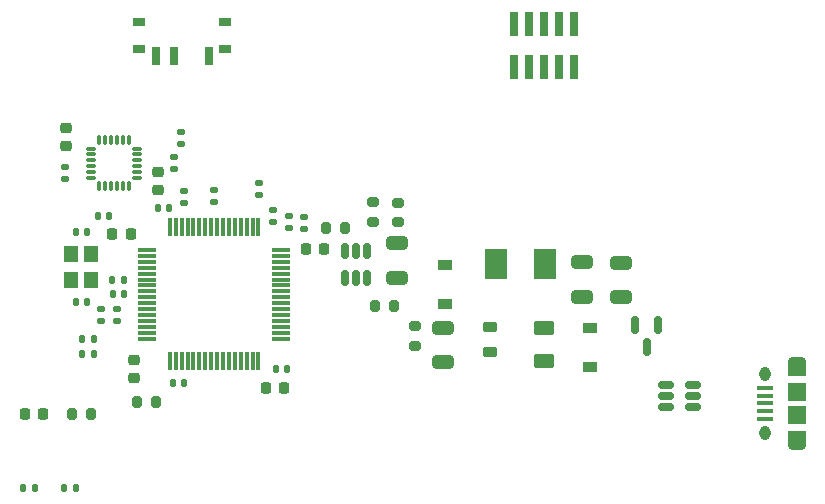
<source format=gbr>
%TF.GenerationSoftware,KiCad,Pcbnew,(6.0.6)*%
%TF.CreationDate,2023-08-27T23:28:48-04:00*%
%TF.ProjectId,STM32,53544d33-322e-46b6-9963-61645f706362,rev?*%
%TF.SameCoordinates,Original*%
%TF.FileFunction,Paste,Top*%
%TF.FilePolarity,Positive*%
%FSLAX46Y46*%
G04 Gerber Fmt 4.6, Leading zero omitted, Abs format (unit mm)*
G04 Created by KiCad (PCBNEW (6.0.6)) date 2023-08-27 23:28:48*
%MOMM*%
%LPD*%
G01*
G04 APERTURE LIST*
G04 Aperture macros list*
%AMRoundRect*
0 Rectangle with rounded corners*
0 $1 Rounding radius*
0 $2 $3 $4 $5 $6 $7 $8 $9 X,Y pos of 4 corners*
0 Add a 4 corners polygon primitive as box body*
4,1,4,$2,$3,$4,$5,$6,$7,$8,$9,$2,$3,0*
0 Add four circle primitives for the rounded corners*
1,1,$1+$1,$2,$3*
1,1,$1+$1,$4,$5*
1,1,$1+$1,$6,$7*
1,1,$1+$1,$8,$9*
0 Add four rect primitives between the rounded corners*
20,1,$1+$1,$2,$3,$4,$5,0*
20,1,$1+$1,$4,$5,$6,$7,0*
20,1,$1+$1,$6,$7,$8,$9,0*
20,1,$1+$1,$8,$9,$2,$3,0*%
G04 Aperture macros list end*
%ADD10RoundRect,0.200000X0.275000X-0.200000X0.275000X0.200000X-0.275000X0.200000X-0.275000X-0.200000X0*%
%ADD11R,0.750000X2.100000*%
%ADD12R,1.900000X2.500000*%
%ADD13R,1.200000X1.400000*%
%ADD14RoundRect,0.135000X0.185000X-0.135000X0.185000X0.135000X-0.185000X0.135000X-0.185000X-0.135000X0*%
%ADD15RoundRect,0.135000X-0.135000X-0.185000X0.135000X-0.185000X0.135000X0.185000X-0.135000X0.185000X0*%
%ADD16RoundRect,0.140000X0.170000X-0.140000X0.170000X0.140000X-0.170000X0.140000X-0.170000X-0.140000X0*%
%ADD17R,1.000000X0.800000*%
%ADD18R,0.700000X1.500000*%
%ADD19RoundRect,0.225000X0.225000X0.250000X-0.225000X0.250000X-0.225000X-0.250000X0.225000X-0.250000X0*%
%ADD20RoundRect,0.200000X-0.200000X-0.275000X0.200000X-0.275000X0.200000X0.275000X-0.200000X0.275000X0*%
%ADD21RoundRect,0.075000X-0.700000X-0.075000X0.700000X-0.075000X0.700000X0.075000X-0.700000X0.075000X0*%
%ADD22RoundRect,0.075000X-0.075000X-0.700000X0.075000X-0.700000X0.075000X0.700000X-0.075000X0.700000X0*%
%ADD23RoundRect,0.218750X0.256250X-0.218750X0.256250X0.218750X-0.256250X0.218750X-0.256250X-0.218750X0*%
%ADD24RoundRect,0.140000X-0.140000X-0.170000X0.140000X-0.170000X0.140000X0.170000X-0.140000X0.170000X0*%
%ADD25R,1.200000X0.900000*%
%ADD26RoundRect,0.200000X-0.275000X0.200000X-0.275000X-0.200000X0.275000X-0.200000X0.275000X0.200000X0*%
%ADD27RoundRect,0.135000X-0.185000X0.135000X-0.185000X-0.135000X0.185000X-0.135000X0.185000X0.135000X0*%
%ADD28RoundRect,0.150000X-0.150000X0.512500X-0.150000X-0.512500X0.150000X-0.512500X0.150000X0.512500X0*%
%ADD29RoundRect,0.250000X-0.625000X0.375000X-0.625000X-0.375000X0.625000X-0.375000X0.625000X0.375000X0*%
%ADD30RoundRect,0.135000X0.135000X0.185000X-0.135000X0.185000X-0.135000X-0.185000X0.135000X-0.185000X0*%
%ADD31RoundRect,0.225000X-0.250000X0.225000X-0.250000X-0.225000X0.250000X-0.225000X0.250000X0.225000X0*%
%ADD32RoundRect,0.225000X-0.225000X-0.250000X0.225000X-0.250000X0.225000X0.250000X-0.225000X0.250000X0*%
%ADD33RoundRect,0.250000X-0.650000X0.325000X-0.650000X-0.325000X0.650000X-0.325000X0.650000X0.325000X0*%
%ADD34RoundRect,0.150000X-0.150000X0.587500X-0.150000X-0.587500X0.150000X-0.587500X0.150000X0.587500X0*%
%ADD35RoundRect,0.147500X0.147500X0.172500X-0.147500X0.172500X-0.147500X-0.172500X0.147500X-0.172500X0*%
%ADD36RoundRect,0.140000X0.140000X0.170000X-0.140000X0.170000X-0.140000X-0.170000X0.140000X-0.170000X0*%
%ADD37RoundRect,0.140000X-0.170000X0.140000X-0.170000X-0.140000X0.170000X-0.140000X0.170000X0.140000X0*%
%ADD38RoundRect,0.218750X-0.381250X0.218750X-0.381250X-0.218750X0.381250X-0.218750X0.381250X0.218750X0*%
%ADD39RoundRect,0.225000X0.250000X-0.225000X0.250000X0.225000X-0.250000X0.225000X-0.250000X-0.225000X0*%
%ADD40RoundRect,0.150000X0.512500X0.150000X-0.512500X0.150000X-0.512500X-0.150000X0.512500X-0.150000X0*%
%ADD41RoundRect,0.218750X0.218750X0.256250X-0.218750X0.256250X-0.218750X-0.256250X0.218750X-0.256250X0*%
%ADD42RoundRect,0.075000X-0.075000X0.350000X-0.075000X-0.350000X0.075000X-0.350000X0.075000X0.350000X0*%
%ADD43RoundRect,0.075000X-0.350000X-0.075000X0.350000X-0.075000X0.350000X0.075000X-0.350000X0.075000X0*%
%ADD44O,1.550000X0.890000*%
%ADD45O,0.950000X1.250000*%
%ADD46R,1.350000X0.400000*%
%ADD47R,1.550000X1.200000*%
%ADD48R,1.550000X1.500000*%
G04 APERTURE END LIST*
D10*
%TO.C,R3*%
X104452696Y-90402508D03*
X104452696Y-88752508D03*
%TD*%
D11*
%TO.C,J4*%
X119380000Y-77260000D03*
X119380000Y-73660000D03*
X118110000Y-77260000D03*
X118110000Y-73660000D03*
X116840000Y-77260000D03*
X116840000Y-73660000D03*
X115570000Y-77260000D03*
X115570000Y-73660000D03*
X114300000Y-77260000D03*
X114300000Y-73660000D03*
%TD*%
D12*
%TO.C,L1*%
X112775503Y-93980000D03*
X116875503Y-93980000D03*
%TD*%
D13*
%TO.C,Crystal1*%
X76817265Y-93122981D03*
X76817265Y-95322981D03*
X78517265Y-95322981D03*
X78517265Y-93122981D03*
%TD*%
D14*
%TO.C,R12*%
X86131664Y-83775939D03*
X86131664Y-82755939D03*
%TD*%
D15*
%TO.C,R16*%
X80234611Y-95309226D03*
X81254611Y-95309226D03*
%TD*%
D16*
%TO.C,C17*%
X96520000Y-90949667D03*
X96520000Y-89989667D03*
%TD*%
D17*
%TO.C,SW1*%
X82561308Y-75710000D03*
X89861308Y-75710000D03*
X82561308Y-73500000D03*
X89861308Y-73500000D03*
D18*
X88461308Y-76360000D03*
X85461308Y-76360000D03*
X83961308Y-76360000D03*
%TD*%
D19*
%TO.C,C9*%
X81834265Y-91382353D03*
X80284265Y-91382353D03*
%TD*%
D20*
%TO.C,R11*%
X82359797Y-105596222D03*
X84009797Y-105596222D03*
%TD*%
D21*
%TO.C,U4*%
X83225000Y-92770000D03*
X83225000Y-93270000D03*
X83225000Y-93770000D03*
X83225000Y-94270000D03*
X83225000Y-94770000D03*
X83225000Y-95270000D03*
X83225000Y-95770000D03*
X83225000Y-96270000D03*
X83225000Y-96770000D03*
X83225000Y-97270000D03*
X83225000Y-97770000D03*
X83225000Y-98270000D03*
X83225000Y-98770000D03*
X83225000Y-99270000D03*
X83225000Y-99770000D03*
X83225000Y-100270000D03*
D22*
X85150000Y-102195000D03*
X85650000Y-102195000D03*
X86150000Y-102195000D03*
X86650000Y-102195000D03*
X87150000Y-102195000D03*
X87650000Y-102195000D03*
X88150000Y-102195000D03*
X88650000Y-102195000D03*
X89150000Y-102195000D03*
X89650000Y-102195000D03*
X90150000Y-102195000D03*
X90650000Y-102195000D03*
X91150000Y-102195000D03*
X91650000Y-102195000D03*
X92150000Y-102195000D03*
X92650000Y-102195000D03*
D21*
X94575000Y-100270000D03*
X94575000Y-99770000D03*
X94575000Y-99270000D03*
X94575000Y-98770000D03*
X94575000Y-98270000D03*
X94575000Y-97770000D03*
X94575000Y-97270000D03*
X94575000Y-96770000D03*
X94575000Y-96270000D03*
X94575000Y-95770000D03*
X94575000Y-95270000D03*
X94575000Y-94770000D03*
X94575000Y-94270000D03*
X94575000Y-93770000D03*
X94575000Y-93270000D03*
X94575000Y-92770000D03*
D22*
X92650000Y-90845000D03*
X92150000Y-90845000D03*
X91650000Y-90845000D03*
X91150000Y-90845000D03*
X90650000Y-90845000D03*
X90150000Y-90845000D03*
X89650000Y-90845000D03*
X89150000Y-90845000D03*
X88650000Y-90845000D03*
X88150000Y-90845000D03*
X87650000Y-90845000D03*
X87150000Y-90845000D03*
X86650000Y-90845000D03*
X86150000Y-90845000D03*
X85650000Y-90845000D03*
X85150000Y-90845000D03*
%TD*%
D20*
%TO.C,R17*%
X76845000Y-106640000D03*
X78495000Y-106640000D03*
%TD*%
D23*
%TO.C,D3*%
X82117703Y-103645784D03*
X82117703Y-102070784D03*
%TD*%
D24*
%TO.C,C15*%
X94102693Y-102869102D03*
X95062693Y-102869102D03*
%TD*%
D25*
%TO.C,D1*%
X120727845Y-99343495D03*
X120727845Y-102643495D03*
%TD*%
D24*
%TO.C,C11*%
X84107345Y-89184616D03*
X85067345Y-89184616D03*
%TD*%
D14*
%TO.C,R8*%
X93921369Y-90386847D03*
X93921369Y-89366847D03*
%TD*%
D26*
%TO.C,R4*%
X105938658Y-99232047D03*
X105938658Y-100882047D03*
%TD*%
D27*
%TO.C,R10*%
X86335785Y-87777662D03*
X86335785Y-88797662D03*
%TD*%
D15*
%TO.C,R15*%
X76193788Y-112927611D03*
X77213788Y-112927611D03*
%TD*%
D28*
%TO.C,U1*%
X101857123Y-92880993D03*
X100907123Y-92880993D03*
X99957123Y-92880993D03*
X99957123Y-95155993D03*
X100907123Y-95155993D03*
X101857123Y-95155993D03*
%TD*%
D29*
%TO.C,F2*%
X116840000Y-99378812D03*
X116840000Y-102178812D03*
%TD*%
D20*
%TO.C,R5*%
X102481799Y-97516390D03*
X104131799Y-97516390D03*
%TD*%
D30*
%TO.C,R14*%
X73762970Y-112936297D03*
X72742970Y-112936297D03*
%TD*%
D31*
%TO.C,C8*%
X84121833Y-86139150D03*
X84121833Y-87689150D03*
%TD*%
D32*
%TO.C,C13*%
X93265551Y-104454008D03*
X94815551Y-104454008D03*
%TD*%
D24*
%TO.C,C10*%
X77172530Y-91262492D03*
X78132530Y-91262492D03*
%TD*%
D33*
%TO.C,C1*%
X108249667Y-99330230D03*
X108249667Y-102280230D03*
%TD*%
D14*
%TO.C,R6*%
X92710000Y-88081041D03*
X92710000Y-87061041D03*
%TD*%
D34*
%TO.C,Q1*%
X126462206Y-99117255D03*
X124562206Y-99117255D03*
X125512206Y-100992255D03*
%TD*%
D35*
%TO.C,L2*%
X78699123Y-101571865D03*
X77729123Y-101571865D03*
%TD*%
D26*
%TO.C,R2*%
X102359369Y-88709078D03*
X102359369Y-90359078D03*
%TD*%
D16*
%TO.C,C19*%
X80700537Y-98745230D03*
X80700537Y-97785230D03*
%TD*%
D36*
%TO.C,C21*%
X81260023Y-96526186D03*
X80300023Y-96526186D03*
%TD*%
D37*
%TO.C,C7*%
X76241586Y-85765238D03*
X76241586Y-86725238D03*
%TD*%
D38*
%TO.C,FB1*%
X112285503Y-99267500D03*
X112285503Y-101392500D03*
%TD*%
D27*
%TO.C,R13*%
X85526143Y-84872849D03*
X85526143Y-85892849D03*
%TD*%
D39*
%TO.C,C5*%
X76337132Y-83982082D03*
X76337132Y-82432082D03*
%TD*%
D14*
%TO.C,R9*%
X95269215Y-90927551D03*
X95269215Y-89907551D03*
%TD*%
D40*
%TO.C,U2*%
X129407500Y-106076291D03*
X129407500Y-105126291D03*
X129407500Y-104176291D03*
X127132500Y-104176291D03*
X127132500Y-105126291D03*
X127132500Y-106076291D03*
%TD*%
D14*
%TO.C,R7*%
X88900000Y-88682400D03*
X88900000Y-87662400D03*
%TD*%
D16*
%TO.C,C20*%
X79349232Y-98744453D03*
X79349232Y-97784453D03*
%TD*%
D33*
%TO.C,C2*%
X120008151Y-93813219D03*
X120008151Y-96763219D03*
%TD*%
D36*
%TO.C,C14*%
X78171837Y-97197715D03*
X77211837Y-97197715D03*
%TD*%
D41*
%TO.C,D4*%
X74447500Y-106680000D03*
X72872500Y-106680000D03*
%TD*%
D32*
%TO.C,C16*%
X96682122Y-92710000D03*
X98232122Y-92710000D03*
%TD*%
D33*
%TO.C,C3*%
X104421734Y-92197603D03*
X104421734Y-95147603D03*
%TD*%
D42*
%TO.C,U3*%
X81687447Y-83475068D03*
X81187447Y-83475068D03*
X80687447Y-83475068D03*
X80187447Y-83475068D03*
X79687447Y-83475068D03*
X79187447Y-83475068D03*
D43*
X78487447Y-84175068D03*
X78487447Y-84675068D03*
X78487447Y-85175068D03*
X78487447Y-85675068D03*
X78487447Y-86175068D03*
X78487447Y-86675068D03*
D42*
X79187447Y-87375068D03*
X79687447Y-87375068D03*
X80187447Y-87375068D03*
X80687447Y-87375068D03*
X81187447Y-87375068D03*
X81687447Y-87375068D03*
D43*
X82387447Y-86675068D03*
X82387447Y-86175068D03*
X82387447Y-85675068D03*
X82387447Y-85175068D03*
X82387447Y-84675068D03*
X82387447Y-84175068D03*
%TD*%
D44*
%TO.C,J3*%
X138214065Y-109250371D03*
D45*
X135514065Y-108250371D03*
D44*
X138214065Y-102250371D03*
D45*
X135514065Y-103250371D03*
D46*
X135514065Y-107050371D03*
X135514065Y-106400371D03*
X135514065Y-105750371D03*
X135514065Y-105100371D03*
X135514065Y-104450371D03*
D47*
X138214065Y-102850371D03*
D48*
X138214065Y-104750371D03*
D47*
X138214065Y-108650371D03*
D48*
X138214065Y-106750371D03*
%TD*%
D33*
%TO.C,C4*%
X123343676Y-93839429D03*
X123343676Y-96789429D03*
%TD*%
D24*
%TO.C,C18*%
X77755465Y-100330000D03*
X78715465Y-100330000D03*
%TD*%
D25*
%TO.C,D2*%
X108438259Y-94010085D03*
X108438259Y-97310085D03*
%TD*%
D36*
%TO.C,C12*%
X86385796Y-104052653D03*
X85425796Y-104052653D03*
%TD*%
D20*
%TO.C,R1*%
X98339888Y-90873566D03*
X99989888Y-90873566D03*
%TD*%
D36*
%TO.C,C6*%
X80010000Y-89897047D03*
X79050000Y-89897047D03*
%TD*%
M02*

</source>
